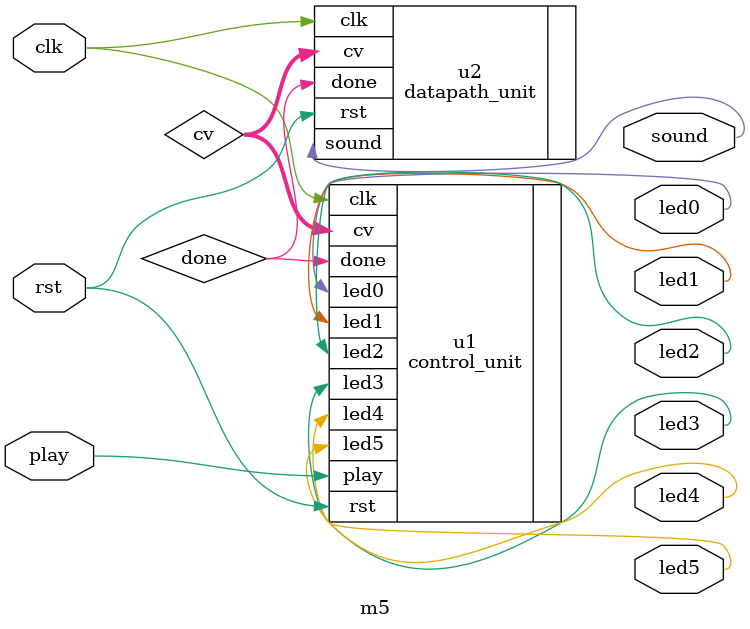
<source format=v>
module m5(
  input clk,rst,
  input play,
  output sound,
  output led0,led1,led2,led3,led4,led5
);
  
  wire [2:0] cv;
  wire done;
  
//  control_unit u1(.clk(clk),.rst(rst),.play(play),.done(done),.cv(cv));
  control_unit u1(.clk(clk),.rst(rst),.play(play),.done(done),.cv(cv),.led0(led0),.led1(led1),.led2(led2),.led3(led3),.led4(led4),.led5(led5));
  datapath_unit u2(.clk(clk),.rst(rst),.cv(cv),.sound(sound),.done(done));
  
endmodule

</source>
